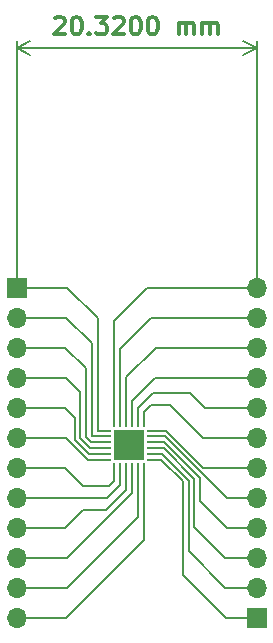
<source format=gbr>
%TF.GenerationSoftware,KiCad,Pcbnew,8.0.1-8.0.1-1~ubuntu22.04.1*%
%TF.CreationDate,2024-04-25T02:14:19+01:00*%
%TF.ProjectId,VQFN_breakout,5651464e-5f62-4726-9561-6b6f75742e6b,rev?*%
%TF.SameCoordinates,Original*%
%TF.FileFunction,Copper,L1,Top*%
%TF.FilePolarity,Positive*%
%FSLAX46Y46*%
G04 Gerber Fmt 4.6, Leading zero omitted, Abs format (unit mm)*
G04 Created by KiCad (PCBNEW 8.0.1-8.0.1-1~ubuntu22.04.1) date 2024-04-25 02:14:19*
%MOMM*%
%LPD*%
G01*
G04 APERTURE LIST*
G04 Aperture macros list*
%AMRoundRect*
0 Rectangle with rounded corners*
0 $1 Rounding radius*
0 $2 $3 $4 $5 $6 $7 $8 $9 X,Y pos of 4 corners*
0 Add a 4 corners polygon primitive as box body*
4,1,4,$2,$3,$4,$5,$6,$7,$8,$9,$2,$3,0*
0 Add four circle primitives for the rounded corners*
1,1,$1+$1,$2,$3*
1,1,$1+$1,$4,$5*
1,1,$1+$1,$6,$7*
1,1,$1+$1,$8,$9*
0 Add four rect primitives between the rounded corners*
20,1,$1+$1,$2,$3,$4,$5,0*
20,1,$1+$1,$4,$5,$6,$7,0*
20,1,$1+$1,$6,$7,$8,$9,0*
20,1,$1+$1,$8,$9,$2,$3,0*%
G04 Aperture macros list end*
%ADD10C,0.300000*%
%TA.AperFunction,NonConductor*%
%ADD11C,0.300000*%
%TD*%
%TA.AperFunction,NonConductor*%
%ADD12C,0.200000*%
%TD*%
%TA.AperFunction,ComponentPad*%
%ADD13R,1.700000X1.700000*%
%TD*%
%TA.AperFunction,ComponentPad*%
%ADD14O,1.700000X1.700000*%
%TD*%
%TA.AperFunction,SMDPad,CuDef*%
%ADD15RoundRect,0.062500X-0.350000X-0.062500X0.350000X-0.062500X0.350000X0.062500X-0.350000X0.062500X0*%
%TD*%
%TA.AperFunction,SMDPad,CuDef*%
%ADD16RoundRect,0.062500X-0.062500X-0.350000X0.062500X-0.350000X0.062500X0.350000X-0.062500X0.350000X0*%
%TD*%
%TA.AperFunction,HeatsinkPad*%
%ADD17R,2.600000X2.600000*%
%TD*%
%TA.AperFunction,Conductor*%
%ADD18C,0.200000*%
%TD*%
G04 APERTURE END LIST*
D10*
D11*
X130231430Y-81341185D02*
X130302858Y-81269757D01*
X130302858Y-81269757D02*
X130445716Y-81198328D01*
X130445716Y-81198328D02*
X130802858Y-81198328D01*
X130802858Y-81198328D02*
X130945716Y-81269757D01*
X130945716Y-81269757D02*
X131017144Y-81341185D01*
X131017144Y-81341185D02*
X131088573Y-81484042D01*
X131088573Y-81484042D02*
X131088573Y-81626900D01*
X131088573Y-81626900D02*
X131017144Y-81841185D01*
X131017144Y-81841185D02*
X130160001Y-82698328D01*
X130160001Y-82698328D02*
X131088573Y-82698328D01*
X132017144Y-81198328D02*
X132160001Y-81198328D01*
X132160001Y-81198328D02*
X132302858Y-81269757D01*
X132302858Y-81269757D02*
X132374287Y-81341185D01*
X132374287Y-81341185D02*
X132445715Y-81484042D01*
X132445715Y-81484042D02*
X132517144Y-81769757D01*
X132517144Y-81769757D02*
X132517144Y-82126900D01*
X132517144Y-82126900D02*
X132445715Y-82412614D01*
X132445715Y-82412614D02*
X132374287Y-82555471D01*
X132374287Y-82555471D02*
X132302858Y-82626900D01*
X132302858Y-82626900D02*
X132160001Y-82698328D01*
X132160001Y-82698328D02*
X132017144Y-82698328D01*
X132017144Y-82698328D02*
X131874287Y-82626900D01*
X131874287Y-82626900D02*
X131802858Y-82555471D01*
X131802858Y-82555471D02*
X131731429Y-82412614D01*
X131731429Y-82412614D02*
X131660001Y-82126900D01*
X131660001Y-82126900D02*
X131660001Y-81769757D01*
X131660001Y-81769757D02*
X131731429Y-81484042D01*
X131731429Y-81484042D02*
X131802858Y-81341185D01*
X131802858Y-81341185D02*
X131874287Y-81269757D01*
X131874287Y-81269757D02*
X132017144Y-81198328D01*
X133160000Y-82555471D02*
X133231429Y-82626900D01*
X133231429Y-82626900D02*
X133160000Y-82698328D01*
X133160000Y-82698328D02*
X133088572Y-82626900D01*
X133088572Y-82626900D02*
X133160000Y-82555471D01*
X133160000Y-82555471D02*
X133160000Y-82698328D01*
X133731429Y-81198328D02*
X134660001Y-81198328D01*
X134660001Y-81198328D02*
X134160001Y-81769757D01*
X134160001Y-81769757D02*
X134374286Y-81769757D01*
X134374286Y-81769757D02*
X134517144Y-81841185D01*
X134517144Y-81841185D02*
X134588572Y-81912614D01*
X134588572Y-81912614D02*
X134660001Y-82055471D01*
X134660001Y-82055471D02*
X134660001Y-82412614D01*
X134660001Y-82412614D02*
X134588572Y-82555471D01*
X134588572Y-82555471D02*
X134517144Y-82626900D01*
X134517144Y-82626900D02*
X134374286Y-82698328D01*
X134374286Y-82698328D02*
X133945715Y-82698328D01*
X133945715Y-82698328D02*
X133802858Y-82626900D01*
X133802858Y-82626900D02*
X133731429Y-82555471D01*
X135231429Y-81341185D02*
X135302857Y-81269757D01*
X135302857Y-81269757D02*
X135445715Y-81198328D01*
X135445715Y-81198328D02*
X135802857Y-81198328D01*
X135802857Y-81198328D02*
X135945715Y-81269757D01*
X135945715Y-81269757D02*
X136017143Y-81341185D01*
X136017143Y-81341185D02*
X136088572Y-81484042D01*
X136088572Y-81484042D02*
X136088572Y-81626900D01*
X136088572Y-81626900D02*
X136017143Y-81841185D01*
X136017143Y-81841185D02*
X135160000Y-82698328D01*
X135160000Y-82698328D02*
X136088572Y-82698328D01*
X137017143Y-81198328D02*
X137160000Y-81198328D01*
X137160000Y-81198328D02*
X137302857Y-81269757D01*
X137302857Y-81269757D02*
X137374286Y-81341185D01*
X137374286Y-81341185D02*
X137445714Y-81484042D01*
X137445714Y-81484042D02*
X137517143Y-81769757D01*
X137517143Y-81769757D02*
X137517143Y-82126900D01*
X137517143Y-82126900D02*
X137445714Y-82412614D01*
X137445714Y-82412614D02*
X137374286Y-82555471D01*
X137374286Y-82555471D02*
X137302857Y-82626900D01*
X137302857Y-82626900D02*
X137160000Y-82698328D01*
X137160000Y-82698328D02*
X137017143Y-82698328D01*
X137017143Y-82698328D02*
X136874286Y-82626900D01*
X136874286Y-82626900D02*
X136802857Y-82555471D01*
X136802857Y-82555471D02*
X136731428Y-82412614D01*
X136731428Y-82412614D02*
X136660000Y-82126900D01*
X136660000Y-82126900D02*
X136660000Y-81769757D01*
X136660000Y-81769757D02*
X136731428Y-81484042D01*
X136731428Y-81484042D02*
X136802857Y-81341185D01*
X136802857Y-81341185D02*
X136874286Y-81269757D01*
X136874286Y-81269757D02*
X137017143Y-81198328D01*
X138445714Y-81198328D02*
X138588571Y-81198328D01*
X138588571Y-81198328D02*
X138731428Y-81269757D01*
X138731428Y-81269757D02*
X138802857Y-81341185D01*
X138802857Y-81341185D02*
X138874285Y-81484042D01*
X138874285Y-81484042D02*
X138945714Y-81769757D01*
X138945714Y-81769757D02*
X138945714Y-82126900D01*
X138945714Y-82126900D02*
X138874285Y-82412614D01*
X138874285Y-82412614D02*
X138802857Y-82555471D01*
X138802857Y-82555471D02*
X138731428Y-82626900D01*
X138731428Y-82626900D02*
X138588571Y-82698328D01*
X138588571Y-82698328D02*
X138445714Y-82698328D01*
X138445714Y-82698328D02*
X138302857Y-82626900D01*
X138302857Y-82626900D02*
X138231428Y-82555471D01*
X138231428Y-82555471D02*
X138159999Y-82412614D01*
X138159999Y-82412614D02*
X138088571Y-82126900D01*
X138088571Y-82126900D02*
X138088571Y-81769757D01*
X138088571Y-81769757D02*
X138159999Y-81484042D01*
X138159999Y-81484042D02*
X138231428Y-81341185D01*
X138231428Y-81341185D02*
X138302857Y-81269757D01*
X138302857Y-81269757D02*
X138445714Y-81198328D01*
X140731427Y-82698328D02*
X140731427Y-81698328D01*
X140731427Y-81841185D02*
X140802856Y-81769757D01*
X140802856Y-81769757D02*
X140945713Y-81698328D01*
X140945713Y-81698328D02*
X141159999Y-81698328D01*
X141159999Y-81698328D02*
X141302856Y-81769757D01*
X141302856Y-81769757D02*
X141374285Y-81912614D01*
X141374285Y-81912614D02*
X141374285Y-82698328D01*
X141374285Y-81912614D02*
X141445713Y-81769757D01*
X141445713Y-81769757D02*
X141588570Y-81698328D01*
X141588570Y-81698328D02*
X141802856Y-81698328D01*
X141802856Y-81698328D02*
X141945713Y-81769757D01*
X141945713Y-81769757D02*
X142017142Y-81912614D01*
X142017142Y-81912614D02*
X142017142Y-82698328D01*
X142731427Y-82698328D02*
X142731427Y-81698328D01*
X142731427Y-81841185D02*
X142802856Y-81769757D01*
X142802856Y-81769757D02*
X142945713Y-81698328D01*
X142945713Y-81698328D02*
X143159999Y-81698328D01*
X143159999Y-81698328D02*
X143302856Y-81769757D01*
X143302856Y-81769757D02*
X143374285Y-81912614D01*
X143374285Y-81912614D02*
X143374285Y-82698328D01*
X143374285Y-81912614D02*
X143445713Y-81769757D01*
X143445713Y-81769757D02*
X143588570Y-81698328D01*
X143588570Y-81698328D02*
X143802856Y-81698328D01*
X143802856Y-81698328D02*
X143945713Y-81769757D01*
X143945713Y-81769757D02*
X144017142Y-81912614D01*
X144017142Y-81912614D02*
X144017142Y-82698328D01*
D12*
X127000000Y-103640000D02*
X127000000Y-83233580D01*
X147320000Y-103640000D02*
X147320000Y-83233580D01*
X127000000Y-83820000D02*
X147320000Y-83820000D01*
X127000000Y-83820000D02*
X147320000Y-83820000D01*
X127000000Y-83820000D02*
X128126504Y-83233579D01*
X127000000Y-83820000D02*
X128126504Y-84406421D01*
X147320000Y-83820000D02*
X146193496Y-84406421D01*
X147320000Y-83820000D02*
X146193496Y-83233579D01*
D13*
%TO.P,J2,1,Pin_1*%
%TO.N,Net-(J2-Pin_1)*%
X147320000Y-132080000D03*
D14*
%TO.P,J2,2,Pin_2*%
%TO.N,Net-(J2-Pin_2)*%
X147320000Y-129540000D03*
%TO.P,J2,3,Pin_3*%
%TO.N,Net-(J2-Pin_3)*%
X147320000Y-127000000D03*
%TO.P,J2,4,Pin_4*%
%TO.N,Net-(J2-Pin_4)*%
X147320000Y-124460000D03*
%TO.P,J2,5,Pin_5*%
%TO.N,Net-(J2-Pin_5)*%
X147320000Y-121920000D03*
%TO.P,J2,6,Pin_6*%
%TO.N,Net-(J2-Pin_6)*%
X147320000Y-119380000D03*
%TO.P,J2,7,Pin_7*%
%TO.N,Net-(J2-Pin_7)*%
X147320000Y-116840000D03*
%TO.P,J2,8,Pin_8*%
%TO.N,Net-(J2-Pin_8)*%
X147320000Y-114300000D03*
%TO.P,J2,9,Pin_9*%
%TO.N,Net-(J2-Pin_9)*%
X147320000Y-111760000D03*
%TO.P,J2,10,Pin_10*%
%TO.N,Net-(J2-Pin_10)*%
X147320000Y-109220000D03*
%TO.P,J2,11,Pin_11*%
%TO.N,Net-(J2-Pin_11)*%
X147320000Y-106680000D03*
%TO.P,J2,12,Pin_12*%
%TO.N,Net-(J2-Pin_12)*%
X147320000Y-104140000D03*
%TD*%
D13*
%TO.P,J1,1,Pin_1*%
%TO.N,Net-(J1-Pin_1)*%
X127000000Y-104140000D03*
D14*
%TO.P,J1,2,Pin_2*%
%TO.N,Net-(J1-Pin_2)*%
X127000000Y-106680000D03*
%TO.P,J1,3,Pin_3*%
%TO.N,Net-(J1-Pin_3)*%
X127000000Y-109220000D03*
%TO.P,J1,4,Pin_4*%
%TO.N,Net-(J1-Pin_4)*%
X127000000Y-111760000D03*
%TO.P,J1,5,Pin_5*%
%TO.N,Net-(J1-Pin_5)*%
X127000000Y-114300000D03*
%TO.P,J1,6,Pin_6*%
%TO.N,Net-(J1-Pin_6)*%
X127000000Y-116840000D03*
%TO.P,J1,7,Pin_7*%
%TO.N,Net-(J1-Pin_7)*%
X127000000Y-119380000D03*
%TO.P,J1,8,Pin_8*%
%TO.N,Net-(J1-Pin_8)*%
X127000000Y-121920000D03*
%TO.P,J1,9,Pin_9*%
%TO.N,Net-(J1-Pin_9)*%
X127000000Y-124460000D03*
%TO.P,J1,10,Pin_10*%
%TO.N,Net-(J1-Pin_10)*%
X127000000Y-127000000D03*
%TO.P,J1,11,Pin_11*%
%TO.N,Net-(J1-Pin_11)*%
X127000000Y-129540000D03*
%TO.P,J1,12,Pin_12*%
%TO.N,Net-(J1-Pin_12)*%
X127000000Y-132080000D03*
%TD*%
D15*
%TO.P,U1,1,PA2*%
%TO.N,Net-(J1-Pin_1)*%
X134572500Y-116240000D03*
%TO.P,U1,2,PA3*%
%TO.N,Net-(J1-Pin_2)*%
X134572500Y-116740000D03*
%TO.P,U1,3,GND*%
%TO.N,Net-(J1-Pin_3)*%
X134572500Y-117240000D03*
%TO.P,U1,4,VCC*%
%TO.N,Net-(J1-Pin_4)*%
X134572500Y-117740000D03*
%TO.P,U1,5,PA4*%
%TO.N,Net-(J1-Pin_5)*%
X134572500Y-118240000D03*
%TO.P,U1,6,PA5*%
%TO.N,Net-(J1-Pin_6)*%
X134572500Y-118740000D03*
D16*
%TO.P,U1,7,PA6*%
%TO.N,Net-(J1-Pin_7)*%
X135260000Y-119427500D03*
%TO.P,U1,8,PA7*%
%TO.N,Net-(J1-Pin_8)*%
X135760000Y-119427500D03*
%TO.P,U1,9,PB7*%
%TO.N,Net-(J1-Pin_9)*%
X136260000Y-119427500D03*
%TO.P,U1,10,PB6*%
%TO.N,Net-(J1-Pin_10)*%
X136760000Y-119427500D03*
%TO.P,U1,11,PB5*%
%TO.N,Net-(J1-Pin_11)*%
X137260000Y-119427500D03*
%TO.P,U1,12,PB4*%
%TO.N,Net-(J1-Pin_12)*%
X137760000Y-119427500D03*
D15*
%TO.P,U1,13,PB3*%
%TO.N,Net-(J2-Pin_1)*%
X138447500Y-118740000D03*
%TO.P,U1,14,PB2*%
%TO.N,Net-(J2-Pin_2)*%
X138447500Y-118240000D03*
%TO.P,U1,15,PB1*%
%TO.N,Net-(J2-Pin_3)*%
X138447500Y-117740000D03*
%TO.P,U1,16,PB0*%
%TO.N,Net-(J2-Pin_4)*%
X138447500Y-117240000D03*
%TO.P,U1,17,PC0*%
%TO.N,Net-(J2-Pin_5)*%
X138447500Y-116740000D03*
%TO.P,U1,18,PC1*%
%TO.N,Net-(J2-Pin_6)*%
X138447500Y-116240000D03*
D16*
%TO.P,U1,19,PC2*%
%TO.N,Net-(J2-Pin_7)*%
X137760000Y-115552500D03*
%TO.P,U1,20,PC3*%
%TO.N,Net-(J2-Pin_8)*%
X137260000Y-115552500D03*
%TO.P,U1,21,PC4*%
%TO.N,Net-(J2-Pin_9)*%
X136760000Y-115552500D03*
%TO.P,U1,22,PC5*%
%TO.N,Net-(J2-Pin_10)*%
X136260000Y-115552500D03*
%TO.P,U1,23,~{RESET}/PA0*%
%TO.N,Net-(J2-Pin_11)*%
X135760000Y-115552500D03*
%TO.P,U1,24,PA1*%
%TO.N,Net-(J2-Pin_12)*%
X135260000Y-115552500D03*
D17*
%TO.P,U1,25,GND*%
%TO.N,Net-(J1-Pin_3)*%
X136510000Y-117490000D03*
%TD*%
D18*
%TO.N,Net-(J2-Pin_8)*%
X137260000Y-115552500D02*
X137260000Y-114340000D01*
X137260000Y-114340000D02*
X138560000Y-113040000D01*
X138560000Y-113040000D02*
X141660000Y-113040000D01*
X141660000Y-113040000D02*
X142920000Y-114300000D01*
X142920000Y-114300000D02*
X147320000Y-114300000D01*
%TO.N,Net-(J2-Pin_9)*%
X136760000Y-115552500D02*
X136760000Y-113740000D01*
X136760000Y-113740000D02*
X138740000Y-111760000D01*
X138740000Y-111760000D02*
X147320000Y-111760000D01*
%TO.N,Net-(J2-Pin_10)*%
X136260000Y-115552500D02*
X136260000Y-111740000D01*
X136260000Y-111740000D02*
X138780000Y-109220000D01*
X138780000Y-109220000D02*
X147320000Y-109220000D01*
%TO.N,Net-(J2-Pin_11)*%
X135760000Y-115552500D02*
X135760000Y-109340000D01*
X135760000Y-109340000D02*
X138420000Y-106680000D01*
X138420000Y-106680000D02*
X147320000Y-106680000D01*
%TO.N,Net-(J2-Pin_12)*%
X147320000Y-104140000D02*
X138060000Y-104140000D01*
X138060000Y-104140000D02*
X135260000Y-106940000D01*
X135260000Y-106940000D02*
X135260000Y-115552500D01*
%TO.N,Net-(J2-Pin_7)*%
X137760000Y-115552500D02*
X137760000Y-114640000D01*
X137760000Y-114640000D02*
X138360000Y-114040000D01*
X138360000Y-114040000D02*
X139960000Y-114040000D01*
X139960000Y-114040000D02*
X142760000Y-116840000D01*
X142760000Y-116840000D02*
X147320000Y-116840000D01*
%TO.N,Net-(J2-Pin_6)*%
X138447500Y-116240000D02*
X139657058Y-116240000D01*
X139657058Y-116240000D02*
X142797058Y-119380000D01*
X142797058Y-119380000D02*
X147320000Y-119380000D01*
%TO.N,Net-(J2-Pin_5)*%
X138447500Y-116740000D02*
X139591372Y-116740000D01*
X139591372Y-116740000D02*
X144791372Y-121940000D01*
X144791372Y-121940000D02*
X147300000Y-121940000D01*
X147300000Y-121940000D02*
X147320000Y-121920000D01*
%TO.N,Net-(J2-Pin_4)*%
X138447500Y-117240000D02*
X139525686Y-117240000D01*
X139525686Y-117240000D02*
X142560000Y-120274314D01*
X142560000Y-120274314D02*
X142560000Y-122240000D01*
X142560000Y-122240000D02*
X144780000Y-124460000D01*
X144780000Y-124460000D02*
X147320000Y-124460000D01*
%TO.N,Net-(J2-Pin_3)*%
X138447500Y-117740000D02*
X139460000Y-117740000D01*
X139460000Y-117740000D02*
X142060000Y-120340000D01*
X142060000Y-120340000D02*
X142060000Y-124440000D01*
X142060000Y-124440000D02*
X144620000Y-127000000D01*
X144620000Y-127000000D02*
X147320000Y-127000000D01*
%TO.N,Net-(J2-Pin_2)*%
X138447500Y-118240000D02*
X139325686Y-118240000D01*
X141560000Y-126440000D02*
X144660000Y-129540000D01*
X139325686Y-118240000D02*
X141560000Y-120474314D01*
X144660000Y-129540000D02*
X147320000Y-129540000D01*
X141560000Y-120474314D02*
X141560000Y-126440000D01*
%TO.N,Net-(J2-Pin_1)*%
X138447500Y-118740000D02*
X139260000Y-118740000D01*
X144700000Y-132080000D02*
X147320000Y-132080000D01*
X139260000Y-118740000D02*
X141060000Y-120540000D01*
X141060000Y-120540000D02*
X141060000Y-128440000D01*
X141060000Y-128440000D02*
X144700000Y-132080000D01*
%TO.N,Net-(J1-Pin_12)*%
X137760000Y-119427500D02*
X137760000Y-125540000D01*
X137760000Y-125540000D02*
X131220000Y-132080000D01*
X131220000Y-132080000D02*
X127000000Y-132080000D01*
%TO.N,Net-(J1-Pin_11)*%
X137260000Y-119427500D02*
X137260000Y-123540000D01*
X137260000Y-123540000D02*
X131260000Y-129540000D01*
X131260000Y-129540000D02*
X127000000Y-129540000D01*
%TO.N,Net-(J1-Pin_8)*%
X135760000Y-119427500D02*
X135760000Y-120840000D01*
X135760000Y-120840000D02*
X134680000Y-121920000D01*
X134680000Y-121920000D02*
X127000000Y-121920000D01*
%TO.N,Net-(J1-Pin_9)*%
X136260000Y-119427500D02*
X136260000Y-121240000D01*
X136260000Y-121240000D02*
X134560000Y-122940000D01*
X134560000Y-122940000D02*
X132660000Y-122940000D01*
X132660000Y-122940000D02*
X131140000Y-124460000D01*
X131140000Y-124460000D02*
X127000000Y-124460000D01*
%TO.N,Net-(J1-Pin_10)*%
X136760000Y-119427500D02*
X136760000Y-121540000D01*
X136760000Y-121540000D02*
X131300000Y-127000000D01*
X131300000Y-127000000D02*
X127000000Y-127000000D01*
%TO.N,Net-(J1-Pin_7)*%
X135260000Y-119427500D02*
X135260000Y-120490000D01*
X135260000Y-120490000D02*
X134810000Y-120940000D01*
X134810000Y-120940000D02*
X132660000Y-120940000D01*
X132660000Y-120940000D02*
X131100000Y-119380000D01*
X131100000Y-119380000D02*
X127000000Y-119380000D01*
%TO.N,Net-(J1-Pin_6)*%
X134572500Y-118740000D02*
X133060000Y-118740000D01*
X133060000Y-118740000D02*
X131160000Y-116840000D01*
X131160000Y-116840000D02*
X127000000Y-116840000D01*
%TO.N,Net-(J1-Pin_5)*%
X134572500Y-118240000D02*
X133162944Y-118240000D01*
X133162944Y-118240000D02*
X131960000Y-117037056D01*
X131960000Y-117037056D02*
X131960000Y-115140000D01*
X131960000Y-115140000D02*
X131120000Y-114300000D01*
X131120000Y-114300000D02*
X127000000Y-114300000D01*
%TO.N,Net-(J1-Pin_4)*%
X134572500Y-117740000D02*
X133228630Y-117740000D01*
X133228630Y-117740000D02*
X132360000Y-116871370D01*
X132360000Y-116871370D02*
X132360000Y-112940000D01*
X132360000Y-112940000D02*
X131180000Y-111760000D01*
X131180000Y-111760000D02*
X127000000Y-111760000D01*
%TO.N,Net-(J1-Pin_3)*%
X134572500Y-117240000D02*
X133294315Y-117240000D01*
X133294315Y-117240000D02*
X132860000Y-116805685D01*
X132860000Y-116805685D02*
X132860000Y-110940000D01*
X132860000Y-110940000D02*
X131140000Y-109220000D01*
X131140000Y-109220000D02*
X127000000Y-109220000D01*
%TO.N,Net-(J1-Pin_2)*%
X134572500Y-116740000D02*
X133360000Y-116740000D01*
X133360000Y-116740000D02*
X133360000Y-108840000D01*
X131200000Y-106680000D02*
X127000000Y-106680000D01*
X133360000Y-108840000D02*
X131200000Y-106680000D01*
%TO.N,Net-(J1-Pin_1)*%
X134572500Y-116240000D02*
X133860000Y-116240000D01*
X133860000Y-116240000D02*
X133860000Y-106740000D01*
X133860000Y-106740000D02*
X131260000Y-104140000D01*
X131260000Y-104140000D02*
X127000000Y-104140000D01*
%TD*%
M02*

</source>
